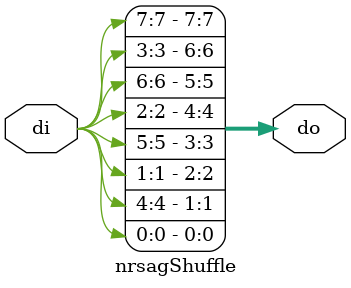
<source format=v>

module nrsag(input [7:0] di, ci, output [7:0] do); // 12 NOT, 12 NOR, 22 XOR, 64 MUX
	wire [7:0] d1, d2, d3, d4, d5, c1, c2, c3, c4, c5, co;
	wire [3:0] b1, b2, b3, b4, b5, b6, p1, p2, p3;

	nrsagUpperCtrlUnit ctrl_1 (ci, c1, b1, p1, 2'b 00); // 4 NOT, 8 XOR, 8 MUX
	nrsagUpperCtrlUnit ctrl_2 (c1, c2, b2, p2, 2'b 10); // 4 NOT, 6 XOR, 8 MUX
	nrsagUpperCtrlUnit ctrl_3 (c2, c3, b3, p3, 2'b 11); // 4 NOT, 4 XOR, 8 MUX

	nrsagLowerCtrlUnit ctrl_4 (c3, c4, b4, p3); // 3 x 4 = 12 NOR
	nrsagLowerCtrlUnit ctrl_5 (c4, c5, b5, p2);
	nrsagLowerCtrlUnit ctrl_6 (c5, co, b6, p1);

	nrsagUpperDataUnit data_bfly_1 (di, d1, b1); // 3 x 8 = 24 MUX
	nrsagUpperDataUnit data_bfly_2 (d1, d2, b2);
	//nrsagUpperDataUnit data_bfly_3 (d2, d3, b3);
	nrsagUpperDataUnit data_bfly_3 (d2, d3, b3 ^ b4); // + 4 XOR

	// nrsagLowerDataUnit data_bfly_4 (d3, d4, b4);
	nrsagShuffle shuffle (d3, d4);

	nrsagLowerDataUnit data_bfly_5 (d4, d5, b5); // 2 x 8 = 16 MUX
	nrsagLowerDataUnit data_bfly_6 (d5, do, b6);
endmodule

module nrsagUpperCtrlUnit(input [7:0] ci, output [7:0] co, output [3:0] b, output [3:0] p, input [1:0] sel);
	wire x[7:0]; // prefix xor-sum over ci, partially broken depending on sel
	assign x[0] = ci[0];
	assign x[1] = ci[1] ^ x[0];
	assign x[2] = ci[2] ^ (sel[0] ? 1'b 0 : x[1]);
	assign x[3] = ci[3] ^ x[2];
	assign x[4] = ci[4] ^ (sel[1] ? 1'b 0 : x[3]);
	assign x[5] = ci[5] ^ x[4];
	assign x[6] = ci[6] ^ (sel[0] ? 1'b 0 : x[5]);
	assign x[7] = ci[7] ^ x[6];

	// butterfly control signals
	assign b[0] = !x[0];
	assign b[1] = !x[2];
	assign b[2] = !x[4];
	assign b[3] = !x[6];

	// parity output for lower bfly control circuit
	assign p[0] = sel[0] ? x[1] : p[1];
	assign p[1] = sel[1] ? x[3] : p[3];
	assign p[2] = sel[0] ? x[5] : p[3];
	assign p[3] = x[7];

	nrsagUpperDataUnit ctrl_bfly (ci, co, b);
endmodule

module nrsagUpperDataUnit(input [7:0] di, output [7:0] do, input [3:0] b);
	wire [7:0] do_shuffled;
	assign do_shuffled[1:0] = b[0] ? {di[0], di[1]} : di[1:0];
	assign do_shuffled[3:2] = b[1] ? {di[2], di[3]} : di[3:2];
	assign do_shuffled[5:4] = b[2] ? {di[4], di[5]} : di[5:4];
	assign do_shuffled[7:6] = b[3] ? {di[6], di[7]} : di[7:6];

	nrsagUnshuffle unshuffle (do_shuffled, do);
endmodule

module nrsagUnshuffle(input [7:0] di, output [7:0] do);
	wire [3:0] even = {di[6], di[4], di[2], di[0]};
	wire [3:0] odds = {di[7], di[5], di[3], di[1]};
	assign do = {odds, even};
endmodule

module nrsagLowerCtrlUnit(input [7:0] ci, output [7:0] co, output [3:0] b, input [3:0] p);
	assign b[0] = !p[0] & !ci[0];
	assign b[1] = !p[1] & !ci[1];
	assign b[2] = !p[2] & !ci[2];
	assign b[3] = !p[3] & !ci[3];

	nrsagShuffle shuffle (ci, co);
endmodule

module nrsagLowerDataUnit(input [7:0] di, output [7:0] do, input [3:0] b);
	wire [7:0] di_shuffled;
	nrsagShuffle shuffle (di, di_shuffled);
	assign do[1:0] = b[0] ? {di_shuffled[0], di_shuffled[1]} : di_shuffled[1:0];
	assign do[3:2] = b[1] ? {di_shuffled[2], di_shuffled[3]} : di_shuffled[3:2];
	assign do[5:4] = b[2] ? {di_shuffled[4], di_shuffled[5]} : di_shuffled[5:4];
	assign do[7:6] = b[3] ? {di_shuffled[6], di_shuffled[7]} : di_shuffled[7:6];
endmodule

module nrsagShuffle(input [7:0] di, output [7:0] do);
	assign do = {di[7], di[3], di[6], di[2], di[5], di[1], di[4], di[0]};
endmodule

</source>
